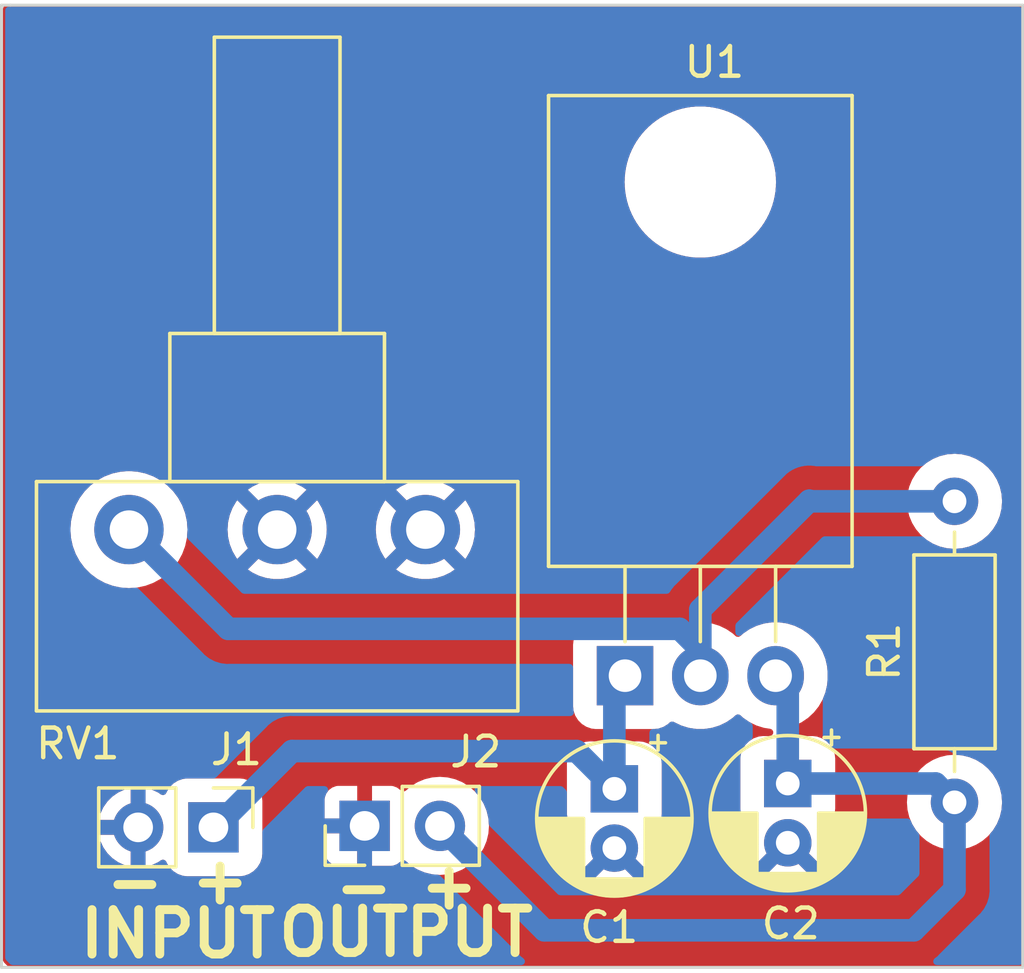
<source format=kicad_pcb>
(kicad_pcb (version 20221018) (generator pcbnew)
  (layers (0 "F.Cu" signal) (31 "B.Cu" signal) (34 "B.Paste" user) (35 "F.Paste" user) (36 "B.SilkS" user "B.Silkscreen") (37 "F.SilkS" user "F.Silkscreen") (38 "B.Mask" user) (39 "F.Mask" user) (44 "Edge.Cuts" user))
  (net 0 "")
  (net 1 "Net-(J1-Pin_1)")
  (net 2 "GND")
  (net 3 "Net-(J2-Pin_2)")
  (net 4 "Net-(U1-GND)")
  (footprint "Connector_PinHeader_2.54mm:PinHeader_1x02_P2.54mm_Vertical" (layer "F.Cu") (at 98.1 92.525 -90)
    (fp_text reference "J1" (at -2.625 -0.775 -180) (layer "F.SilkS"))
    (fp_text value "INPUT")
    (fp_line (start -1.33 -1.33) (end 0 -1.33) (stroke (width 0.12)) (layer "F.SilkS"))
    (fp_line (start -1.33 0) (end -1.33 -1.33) (stroke (width 0.12)) (layer "F.SilkS"))
    (fp_line (start -1.33 1.27) (end -1.33 3.87) (stroke (width 0.12)) (layer "F.SilkS"))
    (fp_line (start -1.33 1.27) (end 1.33 1.27) (stroke (width 0.12)) (layer "F.SilkS"))
    (fp_line (start -1.33 3.87) (end 1.33 3.87) (stroke (width 0.12)) (layer "F.SilkS"))
    (fp_line (start 1.33 1.27) (end 1.33 3.87) (stroke (width 0.12)) (layer "F.SilkS"))
    (pad "1" thru_hole rect (at 0 0 270) (size 1.7 1.7) (drill 1) (layers "*.Cu" "*.Mask") (net 1 "Net-(J1-Pin_1)"))
    (pad "2" thru_hole oval (at 0 2.54 270) (size 1.7 1.7) (drill 1) (layers "*.Cu" "*.Mask") (net 2 "GND"))
  )
  (footprint "Potentiometer_THT:Potentiometer_Piher_T-16H_Single_Horizontal" (layer "F.Cu") (at 105.25 82.475001 90)
    (fp_text reference "RV1" (at -7.224999 -11.725 180) (layer "F.SilkS"))
    (fp_text value "10k")
    (fp_line (start -6.12 -13.12) (end -6.12 3.12) (stroke (width 0.12)) (layer "F.SilkS"))
    (fp_line (start -6.12 -13.12) (end 1.62 -13.12) (stroke (width 0.12)) (layer "F.SilkS"))
    (fp_line (start -6.12 3.12) (end 1.62 3.12) (stroke (width 0.12)) (layer "F.SilkS"))
    (fp_line (start 1.62 -13.12) (end 1.62 3.12) (stroke (width 0.12)) (layer "F.SilkS"))
    (fp_line (start 1.62 -8.62) (end 1.62 -1.38) (stroke (width 0.12)) (layer "F.SilkS"))
    (fp_line (start 1.62 -8.62) (end 6.62 -8.62) (stroke (width 0.12)) (layer "F.SilkS"))
    (fp_line (start 1.62 -1.38) (end 6.62 -1.38) (stroke (width 0.12)) (layer "F.SilkS"))
    (fp_line (start 6.62 -8.62) (end 6.62 -1.38) (stroke (width 0.12)) (layer "F.SilkS"))
    (fp_line (start 6.62 -7.12) (end 6.62 -2.88) (stroke (width 0.12)) (layer "F.SilkS"))
    (fp_line (start 6.62 -7.12) (end 16.62 -7.12) (stroke (width 0.12)) (layer "F.SilkS"))
    (fp_line (start 6.62 -2.88) (end 16.62 -2.88) (stroke (width 0.12)) (layer "F.SilkS"))
    (fp_line (start 16.62 -7.12) (end 16.62 -2.88) (stroke (width 0.12)) (layer "F.SilkS"))
    (pad "1" thru_hole circle (at 0 0 90) (size 2.34 2.34) (drill 1.3) (layers "*.Cu" "*.Mask") (net 2 "GND"))
    (pad "2" thru_hole circle (at 0 -5 90) (size 2.34 2.34) (drill 1.3) (layers "*.Cu" "*.Mask") (net 2 "GND"))
    (pad "3" thru_hole circle (at 0 -10 90) (size 2.34 2.34) (drill 1.3) (layers "*.Cu" "*.Mask") (net 4 "Net-(U1-GND)"))
  )
  (footprint "Connector_PinHeader_2.54mm:PinHeader_1x02_P2.54mm_Vertical" (layer "F.Cu") (at 103.2 92.475 90)
    (fp_text reference "J2" (at 2.5 3.75 180) (layer "F.SilkS"))
    (fp_text value "OUTPUT")
    (fp_line (start -1.33 -1.33) (end 0 -1.33) (stroke (width 0.12)) (layer "F.SilkS"))
    (fp_line (start -1.33 0) (end -1.33 -1.33) (stroke (width 0.12)) (layer "F.SilkS"))
    (fp_line (start -1.33 1.27) (end -1.33 3.87) (stroke (width 0.12)) (layer "F.SilkS"))
    (fp_line (start -1.33 1.27) (end 1.33 1.27) (stroke (width 0.12)) (layer "F.SilkS"))
    (fp_line (start -1.33 3.87) (end 1.33 3.87) (stroke (width 0.12)) (layer "F.SilkS"))
    (fp_line (start 1.33 1.27) (end 1.33 3.87) (stroke (width 0.12)) (layer "F.SilkS"))
    (pad "1" thru_hole rect (at 0 0 90) (size 1.7 1.7) (drill 1) (layers "*.Cu" "*.Mask") (net 2 "GND"))
    (pad "2" thru_hole oval (at 0 2.54 90) (size 1.7 1.7) (drill 1) (layers "*.Cu" "*.Mask") (net 3 "Net-(J2-Pin_2)"))
  )
  (footprint "Capacitor_THT:CP_Radial_D5.0mm_P2.00mm" (layer "F.Cu") (at 117.475 91.044888 -90)
    (fp_text reference "C2" (at 4.730112 -0.1 -180) (layer "F.SilkS"))
    (fp_text value "0.1uF")
    (fp_line (start -1.804775 -1.475) (end -1.304775 -1.475) (stroke (width 0.12)) (layer "F.SilkS"))
    (fp_line (start -1.554775 -1.725) (end -1.554775 -1.225) (stroke (width 0.12)) (layer "F.SilkS"))
    (fp_line (start 1 -2.58) (end 1 -1.04) (stroke (width 0.12)) (layer "F.SilkS"))
    (fp_line (start 1 1.04) (end 1 2.58) (stroke (width 0.12)) (layer "F.SilkS"))
    (fp_line (start 1.04 -2.58) (end 1.04 -1.04) (stroke (width 0.12)) (layer "F.SilkS"))
    (fp_line (start 1.04 1.04) (end 1.04 2.58) (stroke (width 0.12)) (layer "F.SilkS"))
    (fp_line (start 1.08 -2.579) (end 1.08 -1.04) (stroke (width 0.12)) (layer "F.SilkS"))
    (fp_line (start 1.08 1.04) (end 1.08 2.579) (stroke (width 0.12)) (layer "F.SilkS"))
    (fp_line (start 1.12 -2.578) (end 1.12 -1.04) (stroke (width 0.12)) (layer "F.SilkS"))
    (fp_line (start 1.12 1.04) (end 1.12 2.578) (stroke (width 0.12)) (layer "F.SilkS"))
    (fp_line (start 1.16 -2.576) (end 1.16 -1.04) (stroke (width 0.12)) (layer "F.SilkS"))
    (fp_line (start 1.16 1.04) (end 1.16 2.576) (stroke (width 0.12)) (layer "F.SilkS"))
    (fp_line (start 1.2 -2.573) (end 1.2 -1.04) (stroke (width 0.12)) (layer "F.SilkS"))
    (fp_line (start 1.2 1.04) (end 1.2 2.573) (stroke (width 0.12)) (layer "F.SilkS"))
    (fp_line (start 1.24 -2.569) (end 1.24 -1.04) (stroke (width 0.12)) (layer "F.SilkS"))
    (fp_line (start 1.24 1.04) (end 1.24 2.569) (stroke (width 0.12)) (layer "F.SilkS"))
    (fp_line (start 1.28 -2.565) (end 1.28 -1.04) (stroke (width 0.12)) (layer "F.SilkS"))
    (fp_line (start 1.28 1.04) (end 1.28 2.565) (stroke (width 0.12)) (layer "F.SilkS"))
    (fp_line (start 1.32 -2.561) (end 1.32 -1.04) (stroke (width 0.12)) (layer "F.SilkS"))
    (fp_line (start 1.32 1.04) (end 1.32 2.561) (stroke (width 0.12)) (layer "F.SilkS"))
    (fp_line (start 1.36 -2.556) (end 1.36 -1.04) (stroke (width 0.12)) (layer "F.SilkS"))
    (fp_line (start 1.36 1.04) (end 1.36 2.556) (stroke (width 0.12)) (layer "F.SilkS"))
    (fp_line (start 1.4 -2.55) (end 1.4 -1.04) (stroke (width 0.12)) (layer "F.SilkS"))
    (fp_line (start 1.4 1.04) (end 1.4 2.55) (stroke (width 0.12)) (layer "F.SilkS"))
    (fp_line (start 1.44 -2.543) (end 1.44 -1.04) (stroke (width 0.12)) (layer "F.SilkS"))
    (fp_line (start 1.44 1.04) (end 1.44 2.543) (stroke (width 0.12)) (layer "F.SilkS"))
    (fp_line (start 1.48 -2.536) (end 1.48 -1.04) (stroke (width 0.12)) (layer "F.SilkS"))
    (fp_line (start 1.48 1.04) (end 1.48 2.536) (stroke (width 0.12)) (layer "F.SilkS"))
    (fp_line (start 1.52 -2.528) (end 1.52 -1.04) (stroke (width 0.12)) (layer "F.SilkS"))
    (fp_line (start 1.52 1.04) (end 1.52 2.528) (stroke (width 0.12)) (layer "F.SilkS"))
    (fp_line (start 1.56 -2.52) (end 1.56 -1.04) (stroke (width 0.12)) (layer "F.SilkS"))
    (fp_line (start 1.56 1.04) (end 1.56 2.52) (stroke (width 0.12)) (layer "F.SilkS"))
    (fp_line (start 1.6 -2.511) (end 1.6 -1.04) (stroke (width 0.12)) (layer "F.SilkS"))
    (fp_line (start 1.6 1.04) (end 1.6 2.511) (stroke (width 0.12)) (layer "F.SilkS"))
    (fp_line (start 1.64 -2.501) (end 1.64 -1.04) (stroke (width 0.12)) (layer "F.SilkS"))
    (fp_line (start 1.64 1.04) (end 1.64 2.501) (stroke (width 0.12)) (layer "F.SilkS"))
    (fp_line (start 1.68 -2.491) (end 1.68 -1.04) (stroke (width 0.12)) (layer "F.SilkS"))
    (fp_line (start 1.68 1.04) (end 1.68 2.491) (stroke (width 0.12)) (layer "F.SilkS"))
    (fp_line (start 1.721 -2.48) (end 1.721 -1.04) (stroke (width 0.12)) (layer "F.SilkS"))
    (fp_line (start 1.721 1.04) (end 1.721 2.48) (stroke (width 0.12)) (layer "F.SilkS"))
    (fp_line (start 1.761 -2.468) (end 1.761 -1.04) (stroke (width 0.12)) (layer "F.SilkS"))
    (fp_line (start 1.761 1.04) (end 1.761 2.468) (stroke (width 0.12)) (layer "F.SilkS"))
    (fp_line (start 1.801 -2.455) (end 1.801 -1.04) (stroke (width 0.12)) (layer "F.SilkS"))
    (fp_line (start 1.801 1.04) (end 1.801 2.455) (stroke (width 0.12)) (layer "F.SilkS"))
    (fp_line (start 1.841 -2.442) (end 1.841 -1.04) (stroke (width 0.12)) (layer "F.SilkS"))
    (fp_line (start 1.841 1.04) (end 1.841 2.442) (stroke (width 0.12)) (layer "F.SilkS"))
    (fp_line (start 1.881 -2.428) (end 1.881 -1.04) (stroke (width 0.12)) (layer "F.SilkS"))
    (fp_line (start 1.881 1.04) (end 1.881 2.428) (stroke (width 0.12)) (layer "F.SilkS"))
    (fp_line (start 1.921 -2.414) (end 1.921 -1.04) (stroke (width 0.12)) (layer "F.SilkS"))
    (fp_line (start 1.921 1.04) (end 1.921 2.414) (stroke (width 0.12)) (layer "F.SilkS"))
    (fp_line (start 1.961 -2.398) (end 1.961 -1.04) (stroke (width 0.12)) (layer "F.SilkS"))
    (fp_line (start 1.961 1.04) (end 1.961 2.398) (stroke (width 0.12)) (layer "F.SilkS"))
    (fp_line (start 2.001 -2.382) (end 2.001 -1.04) (stroke (width 0.12)) (layer "F.SilkS"))
    (fp_line (start 2.001 1.04) (end 2.001 2.382) (stroke (width 0.12)) (layer "F.SilkS"))
    (fp_line (start 2.041 -2.365) (end 2.041 -1.04) (stroke (width 0.12)) (layer "F.SilkS"))
    (fp_line (start 2.041 1.04) (end 2.041 2.365) (stroke (width 0.12)) (layer "F.SilkS"))
    (fp_line (start 2.081 -2.348) (end 2.081 -1.04) (stroke (width 0.12)) (layer "F.SilkS"))
    (fp_line (start 2.081 1.04) (end 2.081 2.348) (stroke (width 0.12)) (layer "F.SilkS"))
    (fp_line (start 2.121 -2.329) (end 2.121 -1.04) (stroke (width 0.12)) (layer "F.SilkS"))
    (fp_line (start 2.121 1.04) (end 2.121 2.329) (stroke (width 0.12)) (layer "F.SilkS"))
    (fp_line (start 2.161 -2.31) (end 2.161 -1.04) (stroke (width 0.12)) (layer "F.SilkS"))
    (fp_line (start 2.161 1.04) (end 2.161 2.31) (stroke (width 0.12)) (layer "F.SilkS"))
    (fp_line (start 2.201 -2.29) (end 2.201 -1.04) (stroke (width 0.12)) (layer "F.SilkS"))
    (fp_line (start 2.201 1.04) (end 2.201 2.29) (stroke (width 0.12)) (layer "F.SilkS"))
    (fp_line (start 2.241 -2.268) (end 2.241 -1.04) (stroke (width 0.12)) (layer "F.SilkS"))
    (fp_line (start 2.241 1.04) (end 2.241 2.268) (stroke (width 0.12)) (layer "F.SilkS"))
    (fp_line (start 2.281 -2.247) (end 2.281 -1.04) (stroke (width 0.12)) (layer "F.SilkS"))
    (fp_line (start 2.281 1.04) (end 2.281 2.247) (stroke (width 0.12)) (layer "F.SilkS"))
    (fp_line (start 2.321 -2.224) (end 2.321 -1.04) (stroke (width 0.12)) (layer "F.SilkS"))
    (fp_line (start 2.321 1.04) (end 2.321 2.224) (stroke (width 0.12)) (layer "F.SilkS"))
    (fp_line (start 2.361 -2.2) (end 2.361 -1.04) (stroke (width 0.12)) (layer "F.SilkS"))
    (fp_line (start 2.361 1.04) (end 2.361 2.2) (stroke (width 0.12)) (layer "F.SilkS"))
    (fp_line (start 2.401 -2.175) (end 2.401 -1.04) (stroke (width 0.12)) (layer "F.SilkS"))
    (fp_line (start 2.401 1.04) (end 2.401 2.175) (stroke (width 0.12)) (layer "F.SilkS"))
    (fp_line (start 2.441 -2.149) (end 2.441 -1.04) (stroke (width 0.12)) (layer "F.SilkS"))
    (fp_line (start 2.441 1.04) (end 2.441 2.149) (stroke (width 0.12)) (layer "F.SilkS"))
    (fp_line (start 2.481 -2.122) (end 2.481 -1.04) (stroke (width 0.12)) (layer "F.SilkS"))
    (fp_line (start 2.481 1.04) (end 2.481 2.122) (stroke (width 0.12)) (layer "F.SilkS"))
    (fp_line (start 2.521 -2.095) (end 2.521 -1.04) (stroke (width 0.12)) (layer "F.SilkS"))
    (fp_line (start 2.521 1.04) (end 2.521 2.095) (stroke (width 0.12)) (layer "F.SilkS"))
    (fp_line (start 2.561 -2.065) (end 2.561 -1.04) (stroke (width 0.12)) (layer "F.SilkS"))
    (fp_line (start 2.561 1.04) (end 2.561 2.065) (stroke (width 0.12)) (layer "F.SilkS"))
    (fp_line (start 2.601 -2.035) (end 2.601 -1.04) (stroke (width 0.12)) (layer "F.SilkS"))
    (fp_line (start 2.601 1.04) (end 2.601 2.035) (stroke (width 0.12)) (layer "F.SilkS"))
    (fp_line (start 2.641 -2.004) (end 2.641 -1.04) (stroke (width 0.12)) (layer "F.SilkS"))
    (fp_line (start 2.641 1.04) (end 2.641 2.004) (stroke (width 0.12)) (layer "F.SilkS"))
    (fp_line (start 2.681 -1.971) (end 2.681 -1.04) (stroke (width 0.12)) (layer "F.SilkS"))
    (fp_line (start 2.681 1.04) (end 2.681 1.971) (stroke (width 0.12)) (layer "F.SilkS"))
    (fp_line (start 2.721 -1.937) (end 2.721 -1.04) (stroke (width 0.12)) (layer "F.SilkS"))
    (fp_line (start 2.721 1.04) (end 2.721 1.937) (stroke (width 0.12)) (layer "F.SilkS"))
    (fp_line (start 2.761 -1.901) (end 2.761 -1.04) (stroke (width 0.12)) (layer "F.SilkS"))
    (fp_line (start 2.761 1.04) (end 2.761 1.901) (stroke (width 0.12)) (layer "F.SilkS"))
    (fp_line (start 2.801 -1.864) (end 2.801 -1.04) (stroke (width 0.12)) (layer "F.SilkS"))
    (fp_line (start 2.801 1.04) (end 2.801 1.864) (stroke (width 0.12)) (layer "F.SilkS"))
    (fp_line (start 2.841 -1.826) (end 2.841 -1.04) (stroke (width 0.12)) (layer "F.SilkS"))
    (fp_line (start 2.841 1.04) (end 2.841 1.826) (stroke (width 0.12)) (layer "F.SilkS"))
    (fp_line (start 2.881 -1.785) (end 2.881 -1.04) (stroke (width 0.12)) (layer "F.SilkS"))
    (fp_line (start 2.881 1.04) (end 2.881 1.785) (stroke (width 0.12)) (layer "F.SilkS"))
    (fp_line (start 2.921 -1.743) (end 2.921 -1.04) (stroke (width 0.12)) (layer "F.SilkS"))
    (fp_line (start 2.921 1.04) (end 2.921 1.743) (stroke (width 0.12)) (layer "F.SilkS"))
    (fp_line (start 2.961 -1.699) (end 2.961 -1.04) (stroke (width 0.12)) (layer "F.SilkS"))
    (fp_line (start 2.961 1.04) (end 2.961 1.699) (stroke (width 0.12)) (layer "F.SilkS"))
    (fp_line (start 3.001 -1.653) (end 3.001 -1.04) (stroke (width 0.12)) (layer "F.SilkS"))
    (fp_line (start 3.001 1.04) (end 3.001 1.653) (stroke (width 0.12)) (layer "F.SilkS"))
    (fp_line (start 3.041 -1.605) (end 3.041 1.605) (stroke (width 0.12)) (layer "F.SilkS"))
    (fp_line (start 3.081 -1.554) (end 3.081 1.554) (stroke (width 0.12)) (layer "F.SilkS"))
    (fp_line (start 3.121 -1.5) (end 3.121 1.5) (stroke (width 0.12)) (layer "F.SilkS"))
    (fp_line (start 3.161 -1.443) (end 3.161 1.443) (stroke (width 0.12)) (layer "F.SilkS"))
    (fp_line (start 3.201 -1.383) (end 3.201 1.383) (stroke (width 0.12)) (layer "F.SilkS"))
    (fp_line (start 3.241 -1.319) (end 3.241 1.319) (stroke (width 0.12)) (layer "F.SilkS"))
    (fp_line (start 3.281 -1.251) (end 3.281 1.251) (stroke (width 0.12)) (layer "F.SilkS"))
    (fp_line (start 3.321 -1.178) (end 3.321 1.178) (stroke (width 0.12)) (layer "F.SilkS"))
    (fp_line (start 3.361 -1.098) (end 3.361 1.098) (stroke (width 0.12)) (layer "F.SilkS"))
    (fp_line (start 3.401 -1.011) (end 3.401 1.011) (stroke (width 0.12)) (layer "F.SilkS"))
    (fp_line (start 3.441 -0.915) (end 3.441 0.915) (stroke (width 0.12)) (layer "F.SilkS"))
    (fp_line (start 3.481 -0.805) (end 3.481 0.805) (stroke (width 0.12)) (layer "F.SilkS"))
    (fp_line (start 3.521 -0.677) (end 3.521 0.677) (stroke (width 0.12)) (layer "F.SilkS"))
    (fp_line (start 3.561 -0.518) (end 3.561 0.518) (stroke (width 0.12)) (layer "F.SilkS"))
    (fp_line (start 3.601 -0.284) (end 3.601 0.284) (stroke (width 0.12)) (layer "F.SilkS"))
    (fp_circle (center 1 0) (end 3.62 0) (stroke (width 0.12)) (fill none) (layer "F.SilkS"))
    (pad "1" thru_hole rect (at 0 0 270) (size 1.6 1.6) (drill 0.8) (layers "*.Cu" "*.Mask") (net 3 "Net-(J2-Pin_2)"))
    (pad "2" thru_hole circle (at 2 0 270) (size 1.6 1.6) (drill 0.8) (layers "*.Cu" "*.Mask") (net 2 "GND"))
  )
  (footprint "Package_TO_SOT_THT:TO-220-3_Horizontal_TabDown" (layer "F.Cu") (at 111.985 87.405)
    (fp_text reference "U1" (at 3.015 -20.705) (layer "F.SilkS"))
    (fp_text value "LM7805")
    (fp_line (start -2.58 -19.58) (end -2.58 -3.69) (stroke (width 0.12)) (layer "F.SilkS"))
    (fp_line (start -2.58 -19.58) (end 7.66 -19.58) (stroke (width 0.12)) (layer "F.SilkS"))
    (fp_line (start -2.58 -3.69) (end 7.66 -3.69) (stroke (width 0.12)) (layer "F.SilkS"))
    (fp_line (start 0 -3.69) (end 0 -1.15) (stroke (width 0.12)) (layer "F.SilkS"))
    (fp_line (start 2.54 -3.69) (end 2.54 -1.15) (stroke (width 0.12)) (layer "F.SilkS"))
    (fp_line (start 5.08 -3.69) (end 5.08 -1.15) (stroke (width 0.12)) (layer "F.SilkS"))
    (fp_line (start 7.66 -19.58) (end 7.66 -3.69) (stroke (width 0.12)) (layer "F.SilkS"))
    (pad "" np_thru_hole oval (at 2.54 -16.66) (size 3.5 3.5) (drill 3.5) (layers "*.Cu" "*.Mask"))
    (pad "1" thru_hole rect (at 0 0) (size 1.905 2) (drill 1.1) (layers "*.Cu" "*.Mask") (net 1 "Net-(J1-Pin_1)"))
    (pad "2" thru_hole oval (at 2.54 0) (size 1.905 2) (drill 1.1) (layers "*.Cu" "*.Mask") (net 4 "Net-(U1-GND)"))
    (pad "3" thru_hole oval (at 5.08 0) (size 1.905 2) (drill 1.1) (layers "*.Cu" "*.Mask") (net 3 "Net-(J2-Pin_2)"))
  )
  (footprint "Resistor_THT:R_Axial_DIN0207_L6.3mm_D2.5mm_P10.16mm_Horizontal" (layer "F.Cu") (at 123.1 91.679999 90)
    (fp_text reference "R1" (at 5.08 -2.37 90) (layer "F.SilkS"))
    (fp_text value "10k")
    (fp_line (start 1.04 0) (end 1.81 0) (stroke (width 0.12)) (layer "F.SilkS"))
    (fp_line (start 1.81 -1.37) (end 1.81 1.37) (stroke (width 0.12)) (layer "F.SilkS"))
    (fp_line (start 1.81 1.37) (end 8.35 1.37) (stroke (width 0.12)) (layer "F.SilkS"))
    (fp_line (start 8.35 -1.37) (end 1.81 -1.37) (stroke (width 0.12)) (layer "F.SilkS"))
    (fp_line (start 8.35 1.37) (end 8.35 -1.37) (stroke (width 0.12)) (layer "F.SilkS"))
    (fp_line (start 9.12 0) (end 8.35 0) (stroke (width 0.12)) (layer "F.SilkS"))
    (pad "1" thru_hole circle (at 0 0 90) (size 1.6 1.6) (drill 0.8) (layers "*.Cu" "*.Mask") (net 3 "Net-(J2-Pin_2)"))
    (pad "2" thru_hole oval (at 10.16 0 90) (size 1.6 1.6) (drill 0.8) (layers "*.Cu" "*.Mask") (net 4 "Net-(U1-GND)"))
  )
  (footprint "Capacitor_THT:CP_Radial_D5.0mm_P2.00mm" (layer "F.Cu") (at 111.625 91.225 -90)
    (fp_text reference "C1" (at 4.675 0.175 -180) (layer "F.SilkS"))
    (fp_text value "0.33uF")
    (fp_line (start -1.804775 -1.475) (end -1.304775 -1.475) (stroke (width 0.12)) (layer "F.SilkS"))
    (fp_line (start -1.554775 -1.725) (end -1.554775 -1.225) (stroke (width 0.12)) (layer "F.SilkS"))
    (fp_line (start 1 -2.58) (end 1 -1.04) (stroke (width 0.12)) (layer "F.SilkS"))
    (fp_line (start 1 1.04) (end 1 2.58) (stroke (width 0.12)) (layer "F.SilkS"))
    (fp_line (start 1.04 -2.58) (end 1.04 -1.04) (stroke (width 0.12)) (layer "F.SilkS"))
    (fp_line (start 1.04 1.04) (end 1.04 2.58) (stroke (width 0.12)) (layer "F.SilkS"))
    (fp_line (start 1.08 -2.579) (end 1.08 -1.04) (stroke (width 0.12)) (layer "F.SilkS"))
    (fp_line (start 1.08 1.04) (end 1.08 2.579) (stroke (width 0.12)) (layer "F.SilkS"))
    (fp_line (start 1.12 -2.578) (end 1.12 -1.04) (stroke (width 0.12)) (layer "F.SilkS"))
    (fp_line (start 1.12 1.04) (end 1.12 2.578) (stroke (width 0.12)) (layer "F.SilkS"))
    (fp_line (start 1.16 -2.576) (end 1.16 -1.04) (stroke (width 0.12)) (layer "F.SilkS"))
    (fp_line (start 1.16 1.04) (end 1.16 2.576) (stroke (width 0.12)) (layer "F.SilkS"))
    (fp_line (start 1.2 -2.573) (end 1.2 -1.04) (stroke (width 0.12)) (layer "F.SilkS"))
    (fp_line (start 1.2 1.04) (end 1.2 2.573) (stroke (width 0.12)) (layer "F.SilkS"))
    (fp_line (start 1.24 -2.569) (end 1.24 -1.04) (stroke (width 0.12)) (layer "F.SilkS"))
    (fp_line (start 1.24 1.04) (end 1.24 2.569) (stroke (width 0.12)) (layer "F.SilkS"))
    (fp_line (start 1.28 -2.565) (end 1.28 -1.04) (stroke (width 0.12)) (layer "F.SilkS"))
    (fp_line (start 1.28 1.04) (end 1.28 2.565) (stroke (width 0.12)) (layer "F.SilkS"))
    (fp_line (start 1.32 -2.561) (end 1.32 -1.04) (stroke (width 0.12)) (layer "F.SilkS"))
    (fp_line (start 1.32 1.04) (end 1.32 2.561) (stroke (width 0.12)) (layer "F.SilkS"))
    (fp_line (start 1.36 -2.556) (end 1.36 -1.04) (stroke (width 0.12)) (layer "F.SilkS"))
    (fp_line (start 1.36 1.04) (end 1.36 2.556) (stroke (width 0.12)) (layer "F.SilkS"))
    (fp_line (start 1.4 -2.55) (end 1.4 -1.04) (stroke (width 0.12)) (layer "F.SilkS"))
    (fp_line (start 1.4 1.04) (end 1.4 2.55) (stroke (width 0.12)) (layer "F.SilkS"))
    (fp_line (start 1.44 -2.543) (end 1.44 -1.04) (stroke (width 0.12)) (layer "F.SilkS"))
    (fp_line (start 1.44 1.04) (end 1.44 2.543) (stroke (width 0.12)) (layer "F.SilkS"))
    (fp_line (start 1.48 -2.536) (end 1.48 -1.04) (stroke (width 0.12)) (layer "F.SilkS"))
    (fp_line (start 1.48 1.04) (end 1.48 2.536) (stroke (width 0.12)) (layer "F.SilkS"))
    (fp_line (start 1.52 -2.528) (end 1.52 -1.04) (stroke (width 0.12)) (layer "F.SilkS"))
    (fp_line (start 1.52 1.04) (end 1.52 2.528) (stroke (width 0.12)) (layer "F.SilkS"))
    (fp_line (start 1.56 -2.52) (end 1.56 -1.04) (stroke (width 0.12)) (layer "F.SilkS"))
    (fp_line (start 1.56 1.04) (end 1.56 2.52) (stroke (width 0.12)) (layer "F.SilkS"))
    (fp_line (start 1.6 -2.511) (end 1.6 -1.04) (stroke (width 0.12)) (layer "F.SilkS"))
    (fp_line (start 1.6 1.04) (end 1.6 2.511) (stroke (width 0.12)) (layer "F.SilkS"))
    (fp_line (start 1.64 -2.501) (end 1.64 -1.04) (stroke (width 0.12)) (layer "F.SilkS"))
    (fp_line (start 1.64 1.04) (end 1.64 2.501) (stroke (width 0.12)) (layer "F.SilkS"))
    (fp_line (start 1.68 -2.491) (end 1.68 -1.04) (stroke (width 0.12)) (layer "F.SilkS"))
    (fp_line (start 1.68 1.04) (end 1.68 2.491) (stroke (width 0.12)) (layer "F.SilkS"))
    (fp_line (start 1.721 -2.48) (end 1.721 -1.04) (stroke (width 0.12)) (layer "F.SilkS"))
    (fp_line (start 1.721 1.04) (end 1.721 2.48) (stroke (width 0.12)) (layer "F.SilkS"))
    (fp_line (start 1.761 -2.468) (end 1.761 -1.04) (stroke (width 0.12)) (layer "F.SilkS"))
    (fp_line (start 1.761 1.04) (end 1.761 2.468) (stroke (width 0.12)) (layer "F.SilkS"))
    (fp_line (start 1.801 -2.455) (end 1.801 -1.04) (stroke (width 0.12)) (layer "F.SilkS"))
    (fp_line (start 1.801 1.04) (end 1.801 2.455) (stroke (width 0.12)) (layer "F.SilkS"))
    (fp_line (start 1.841 -2.442) (end 1.841 -1.04) (stroke (width 0.12)) (layer "F.SilkS"))
    (fp_line (start 1.841 1.04) (end 1.841 2.442) (stroke (width 0.12)) (layer "F.SilkS"))
    (fp_line (start 1.881 -2.428) (end 1.881 -1.04) (stroke (width 0.12)) (layer "F.SilkS"))
    (fp_line (start 1.881 1.04) (end 1.881 2.428) (stroke (width 0.12)) (layer "F.SilkS"))
    (fp_line (start 1.921 -2.414) (end 1.921 -1.04) (stroke (width 0.12)) (layer "F.SilkS"))
    (fp_line (start 1.921 1.04) (end 1.921 2.414) (stroke (width 0.12)) (layer "F.SilkS"))
    (fp_line (start 1.961 -2.398) (end 1.961 -1.04) (stroke (width 0.12)) (layer "F.SilkS"))
    (fp_line (start 1.961 1.04) (end 1.961 2.398) (stroke (width 0.12)) (layer "F.SilkS"))
    (fp_line (start 2.001 -2.382) (end 2.001 -1.04) (stroke (width 0.12)) (layer "F.SilkS"))
    (fp_line (start 2.001 1.04) (end 2.001 2.382) (stroke (width 0.12)) (layer "F.SilkS"))
    (fp_line (start 2.041 -2.365) (end 2.041 -1.04) (stroke (width 0.12)) (layer "F.SilkS"))
    (fp_line (start 2.041 1.04) (end 2.041 2.365) (stroke (width 0.12)) (layer "F.SilkS"))
    (fp_line (start 2.081 -2.348) (end 2.081 -1.04) (stroke (width 0.12)) (layer "F.SilkS"))
    (fp_line (start 2.081 1.04) (end 2.081 2.348) (stroke (width 0.12)) (layer "F.SilkS"))
    (fp_line (start 2.121 -2.329) (end 2.121 -1.04) (stroke (width 0.12)) (layer "F.SilkS"))
    (fp_line (start 2.121 1.04) (end 2.121 2.329) (stroke (width 0.12)) (layer "F.SilkS"))
    (fp_line (start 2.161 -2.31) (end 2.161 -1.04) (stroke (width 0.12)) (layer "F.SilkS"))
    (fp_line (start 2.161 1.04) (end 2.161 2.31) (stroke (width 0.12)) (layer "F.SilkS"))
    (fp_line (start 2.201 -2.29) (end 2.201 -1.04) (stroke (width 0.12)) (layer "F.SilkS"))
    (fp_line (start 2.201 1.04) (end 2.201 2.29) (stroke (width 0.12)) (layer "F.SilkS"))
    (fp_line (start 2.241 -2.268) (end 2.241 -1.04) (stroke (width 0.12)) (layer "F.SilkS"))
    (fp_line (start 2.241 1.04) (end 2.241 2.268) (stroke (width 0.12)) (layer "F.SilkS"))
    (fp_line (start 2.281 -2.247) (end 2.281 -1.04) (stroke (width 0.12)) (layer "F.SilkS"))
    (fp_line (start 2.281 1.04) (end 2.281 2.247) (stroke (width 0.12)) (layer "F.SilkS"))
    (fp_line (start 2.321 -2.224) (end 2.321 -1.04) (stroke (width 0.12)) (layer "F.SilkS"))
    (fp_line (start 2.321 1.04) (end 2.321 2.224) (stroke (width 0.12)) (layer "F.SilkS"))
    (fp_line (start 2.361 -2.2) (end 2.361 -1.04) (stroke (width 0.12)) (layer "F.SilkS"))
    (fp_line (start 2.361 1.04) (end 2.361 2.2) (stroke (width 0.12)) (layer "F.SilkS"))
    (fp_line (start 2.401 -2.175) (end 2.401 -1.04) (stroke (width 0.12)) (layer "F.SilkS"))
    (fp_line (start 2.401 1.04) (end 2.401 2.175) (stroke (width 0.12)) (layer "F.SilkS"))
    (fp_line (start 2.441 -2.149) (end 2.441 -1.04) (stroke (width 0.12)) (layer "F.SilkS"))
    (fp_line (start 2.441 1.04) (end 2.441 2.149) (stroke (width 0.12)) (layer "F.SilkS"))
    (fp_line (start 2.481 -2.122) (end 2.481 -1.04) (stroke (width 0.12)) (layer "F.SilkS"))
    (fp_line (start 2.481 1.04) (end 2.481 2.122) (stroke (width 0.12)) (layer "F.SilkS"))
    (fp_line (start 2.521 -2.095) (end 2.521 -1.04) (stroke (width 0.12)) (layer "F.SilkS"))
    (fp_line (start 2.521 1.04) (end 2.521 2.095) (stroke (width 0.12)) (layer "F.SilkS"))
    (fp_line (start 2.561 -2.065) (end 2.561 -1.04) (stroke (width 0.12)) (layer "F.SilkS"))
    (fp_line (start 2.561 1.04) (end 2.561 2.065) (stroke (width 0.12)) (layer "F.SilkS"))
    (fp_line (start 2.601 -2.035) (end 2.601 -1.04) (stroke (width 0.12)) (layer "F.SilkS"))
    (fp_line (start 2.601 1.04) (end 2.601 2.035) (stroke (width 0.12)) (layer "F.SilkS"))
    (fp_line (start 2.641 -2.004) (end 2.641 -1.04) (stroke (width 0.12)) (layer "F.SilkS"))
    (fp_line (start 2.641 1.04) (end 2.641 2.004) (stroke (width 0.12)) (layer "F.SilkS"))
    (fp_line (start 2.681 -1.971) (end 2.681 -1.04) (stroke (width 0.12)) (layer "F.SilkS"))
    (fp_line (start 2.681 1.04) (end 2.681 1.971) (stroke (width 0.12)) (layer "F.SilkS"))
    (fp_line (start 2.721 -1.937) (end 2.721 -1.04) (stroke (width 0.12)) (layer "F.SilkS"))
    (fp_line (start 2.721 1.04) (end 2.721 1.937) (stroke (width 0.12)) (layer "F.SilkS"))
    (fp_line (start 2.761 -1.901) (end 2.761 -1.04) (stroke (width 0.12)) (layer "F.SilkS"))
    (fp_line (start 2.761 1.04) (end 2.761 1.901) (stroke (width 0.12)) (layer "F.SilkS"))
    (fp_line (start 2.801 -1.864) (end 2.801 -1.04) (stroke (width 0.12)) (layer "F.SilkS"))
    (fp_line (start 2.801 1.04) (end 2.801 1.864) (stroke (width 0.12)) (layer "F.SilkS"))
    (fp_line (start 2.841 -1.826) (end 2.841 -1.04) (stroke (width 0.12)) (layer "F.SilkS"))
    (fp_line (start 2.841 1.04) (end 2.841 1.826) (stroke (width 0.12)) (layer "F.SilkS"))
    (fp_line (start 2.881 -1.785) (end 2.881 -1.04) (stroke (width 0.12)) (layer "F.SilkS"))
    (fp_line (start 2.881 1.04) (end 2.881 1.785) (stroke (width 0.12)) (layer "F.SilkS"))
    (fp_line (start 2.921 -1.743) (end 2.921 -1.04) (stroke (width 0.12)) (layer "F.SilkS"))
    (fp_line (start 2.921 1.04) (end 2.921 1.743) (stroke (width 0.12)) (layer "F.SilkS"))
    (fp_line (start 2.961 -1.699) (end 2.961 -1.04) (stroke (width 0.12)) (layer "F.SilkS"))
    (fp_line (start 2.961 1.04) (end 2.961 1.699) (stroke (width 0.12)) (layer "F.SilkS"))
    (fp_line (start 3.001 -1.653) (end 3.001 -1.04) (stroke (width 0.12)) (layer "F.SilkS"))
    (fp_line (start 3.001 1.04) (end 3.001 1.653) (stroke (width 0.12)) (layer "F.SilkS"))
    (fp_line (start 3.041 -1.605) (end 3.041 1.605) (stroke (width 0.12)) (layer "F.SilkS"))
    (fp_line (start 3.081 -1.554) (end 3.081 1.554) (stroke (width 0.12)) (layer "F.SilkS"))
    (fp_line (start 3.121 -1.5) (end 3.121 1.5) (stroke (width 0.12)) (layer "F.SilkS"))
    (fp_line (start 3.161 -1.443) (end 3.161 1.443) (stroke (width 0.12)) (layer "F.SilkS"))
    (fp_line (start 3.201 -1.383) (end 3.201 1.383) (stroke (width 0.12)) (layer "F.SilkS"))
    (fp_line (start 3.241 -1.319) (end 3.241 1.319) (stroke (width 0.12)) (layer "F.SilkS"))
    (fp_line (start 3.281 -1.251) (end 3.281 1.251) (stroke (width 0.12)) (layer "F.SilkS"))
    (fp_line (start 3.321 -1.178) (end 3.321 1.178) (stroke (width 0.12)) (layer "F.SilkS"))
    (fp_line (start 3.361 -1.098) (end 3.361 1.098) (stroke (width 0.12)) (layer "F.SilkS"))
    (fp_line (start 3.401 -1.011) (end 3.401 1.011) (stroke (width 0.12)) (layer "F.SilkS"))
    (fp_line (start 3.441 -0.915) (end 3.441 0.915) (stroke (width 0.12)) (layer "F.SilkS"))
    (fp_line (start 3.481 -0.805) (end 3.481 0.805) (stroke (width 0.12)) (layer "F.SilkS"))
    (fp_line (start 3.521 -0.677) (end 3.521 0.677) (stroke (width 0.12)) (layer "F.SilkS"))
    (fp_line (start 3.561 -0.518) (end 3.561 0.518) (stroke (width 0.12)) (layer "F.SilkS"))
    (fp_line (start 3.601 -0.284) (end 3.601 0.284) (stroke (width 0.12)) (layer "F.SilkS"))
    (fp_circle (center 1 0) (end 3.62 0) (stroke (width 0.12)) (fill none) (layer "F.SilkS"))
    (pad "1" thru_hole rect (at 0 0 270) (size 1.6 1.6) (drill 0.8) (layers "*.Cu" "*.Mask") (net 1 "Net-(J1-Pin_1)"))
    (pad "2" thru_hole circle (at 2 0 270) (size 1.6 1.6) (drill 0.8) (layers "*.Cu" "*.Mask") (net 2 "GND"))
  )
  (gr_line (start 125.4 64.775) (end 125.4 97.25) (stroke (width 0.1)) (layer "Edge.Cuts"))
  (gr_line (start 91.25 64.775) (end 90.95 64.775) (stroke (width 0.1)) (layer "Edge.Cuts"))
  (gr_line (start 91.25 64.775) (end 125.4 64.775) (stroke (width 0.1)) (layer "Edge.Cuts"))
  (gr_line (start 90.95 97.25) (end 90.95 64.775) (stroke (width 0.1)) (layer "Edge.Cuts"))
  (gr_line (start 125.4 97.25) (end 90.95 97.25) (stroke (width 0.1)) (layer "Edge.Cuts"))
  (gr_text "+" (at 97.2 95.175) (layer "F.SilkS") (effects (font (size 1.5 1.5) (thickness 0.3) bold) (justify left bottom)))
  (gr_text "OUTPUT" (at 100.15 96.95) (layer "F.SilkS") (effects (font (size 1.5 1.5) (thickness 0.3) bold) (justify left bottom)))
  (gr_text "INPUT" (at 93.45 97) (layer "F.SilkS") (effects (font (size 1.5 1.5) (thickness 0.3) bold) (justify left bottom)))
  (gr_text "-" (at 94.325 95.225) (layer "F.SilkS") (effects (font (size 1.5 1.5) (thickness 0.3) bold) (justify left bottom)))
  (gr_text "-" (at 102.05 95.4) (layer "F.SilkS") (effects (font (size 1.5 1.5) (thickness 0.3) bold) (justify left bottom)))
  (gr_text "+" (at 104.925 95.35) (layer "F.SilkS") (effects (font (size 1.5 1.5) (thickness 0.3) bold) (justify left bottom)))
  (segment (start 100.75 89.95) (end 98.175 92.525) (width 0.762) (layer "B.Cu") (net 1))
  (segment (start 111.625 91.225) (end 110.35 89.95) (width 0.762) (layer "B.Cu") (net 1))
  (segment (start 111.625 91.225) (end 111.625 87.765) (width 0.762) (layer "B.Cu") (net 1))
  (segment (start 111.625 87.765) (end 111.985 87.405) (width 0.762) (layer "B.Cu") (net 1))
  (segment (start 110.35 89.95) (end 100.75 89.95) (width 0.762) (layer "B.Cu") (net 1))
  (segment (start 98.175 92.525) (end 98.1 92.525) (width 0.762) (layer "B.Cu") (net 1))
  (segment (start 109.265 96) (end 121.725 96) (width 0.762) (layer "B.Cu") (net 3))
  (segment (start 117.475 87.815) (end 117.065 87.405) (width 0.762) (layer "B.Cu") (net 3))
  (segment (start 121.725 96) (end 123.1 94.625) (width 0.762) (layer "B.Cu") (net 3))
  (segment (start 117.475 91.044888) (end 117.475 87.815) (width 0.762) (layer "B.Cu") (net 3))
  (segment (start 122.464889 91.044888) (end 123.1 91.679999) (width 0.762) (layer "B.Cu") (net 3))
  (segment (start 117.475 91.044888) (end 122.464889 91.044888) (width 0.762) (layer "B.Cu") (net 3))
  (segment (start 105.74 92.475) (end 109.265 96) (width 0.762) (layer "B.Cu") (net 3))
  (segment (start 123.1 94.625) (end 123.1 91.679999) (width 0.762) (layer "B.Cu") (net 3))
  (segment (start 114.525 87.405) (end 114.525 85.175) (width 0.762) (layer "B.Cu") (net 4))
  (segment (start 118.219999 81.519999) (end 123.1 81.519999) (width 0.762) (layer "B.Cu") (net 4))
  (segment (start 95.25 82.475001) (end 98.598999 85.824) (width 0.762) (layer "B.Cu") (net 4))
  (segment (start 114.525 85.175) (end 118.2 81.5) (width 0.762) (layer "B.Cu") (net 4))
  (segment (start 118.2 81.5) (end 118.219999 81.519999) (width 0.762) (layer "B.Cu") (net 4))
  (segment (start 98.598999 85.824) (end 113.824 85.824) (width 0.762) (layer "B.Cu") (net 4))
  (segment (start 114.525 86.525) (end 114.525 87.405) (width 0.762) (layer "B.Cu") (net 4))
  (segment (start 113.824 85.824) (end 114.525 86.525) (width 0.762) (layer "B.Cu") (net 4))
  (zone (net 2) (net_name "GND") (layer "F.Cu") (connect_pads (clearance 0.8)) (min_thickness 0.25) (fill yes (thermal_gap 0.5) (thermal_bridge_width 0.5))
    (polygon (pts (xy 91 64.6) (xy 125.4 64.6) (xy 125.4 97.375) (xy 125.325 97.45) (xy 91.4 97.45) (xy 91 97.05)))
  )
  (zone (net 2) (net_name "GND") (layer "B.Cu") (priority 1) (connect_pads (clearance 0.8)) (min_thickness 0.25) (fill yes (thermal_gap 0.5) (thermal_bridge_width 0.5))
    (polygon (pts (xy 91.075 64.825) (xy 125.325 64.825) (xy 125.45 64.95) (xy 125.45 97.175) (xy 91.275 97.175) (xy 91.075 96.975)))
  )
)
</source>
